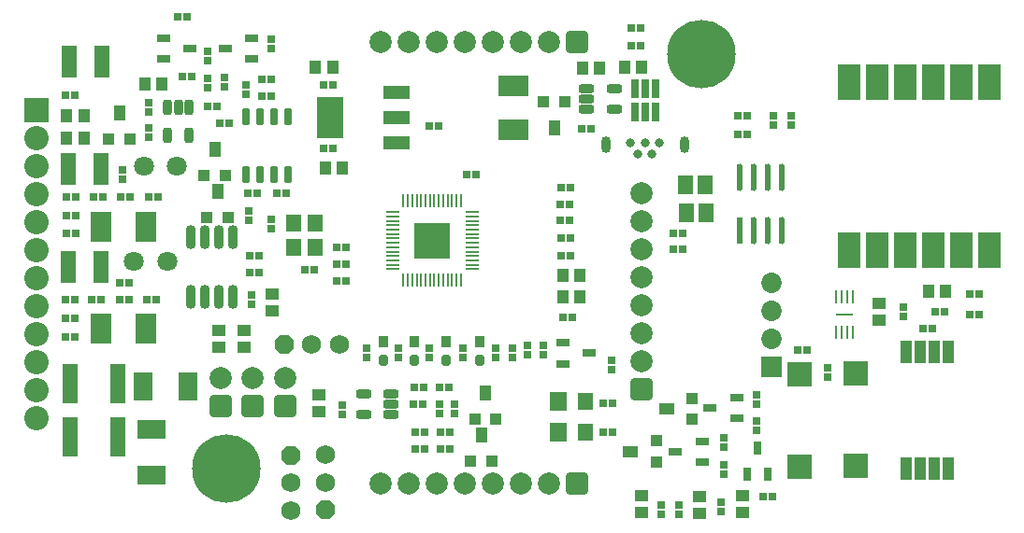
<source format=gts>
G04*
G04 #@! TF.GenerationSoftware,Altium Limited,Altium Designer,20.0.2 (26)*
G04*
G04 Layer_Color=8388736*
%FSLAX25Y25*%
%MOIN*%
G70*
G01*
G75*
%ADD42R,0.05000X0.00700*%
%ADD43R,0.00700X0.05000*%
%ADD49R,0.02331X0.09740*%
G04:AMPARAMS|DCode=50|XSize=97.4mil|YSize=23.31mil|CornerRadius=11.66mil|HoleSize=0mil|Usage=FLASHONLY|Rotation=90.000|XOffset=0mil|YOffset=0mil|HoleType=Round|Shape=RoundedRectangle|*
%AMROUNDEDRECTD50*
21,1,0.09740,0.00000,0,0,90.0*
21,1,0.07409,0.02331,0,0,90.0*
1,1,0.02331,0.00000,0.03705*
1,1,0.02331,0.00000,-0.03705*
1,1,0.02331,0.00000,-0.03705*
1,1,0.02331,0.00000,0.03705*
%
%ADD50ROUNDEDRECTD50*%
%ADD65R,0.06300X0.01000*%
%ADD66R,0.01000X0.05000*%
%ADD67R,0.02762X0.02959*%
%ADD68R,0.02965X0.06509*%
%ADD69R,0.02965X0.06509*%
%ADD70R,0.04150X0.04150*%
%ADD71R,0.04438X0.05800*%
G04:AMPARAMS|DCode=72|XSize=55.64mil|YSize=31.23mil|CornerRadius=9.81mil|HoleSize=0mil|Usage=FLASHONLY|Rotation=0.000|XOffset=0mil|YOffset=0mil|HoleType=Round|Shape=RoundedRectangle|*
%AMROUNDEDRECTD72*
21,1,0.05564,0.01161,0,0,0.0*
21,1,0.03602,0.03123,0,0,0.0*
1,1,0.01961,0.01801,-0.00581*
1,1,0.01961,-0.01801,-0.00581*
1,1,0.01961,-0.01801,0.00581*
1,1,0.01961,0.01801,0.00581*
%
%ADD72ROUNDEDRECTD72*%
%ADD73R,0.04461X0.04658*%
%ADD74R,0.10642X0.07493*%
%ADD75R,0.10642X0.07493*%
%ADD76R,0.05524X0.14265*%
%ADD77R,0.06699X0.10243*%
%ADD78R,0.02959X0.02762*%
G04:AMPARAMS|DCode=79|XSize=29.65mil|YSize=57.21mil|CornerRadius=5.95mil|HoleSize=0mil|Usage=FLASHONLY|Rotation=180.000|XOffset=0mil|YOffset=0mil|HoleType=Round|Shape=RoundedRectangle|*
%AMROUNDEDRECTD79*
21,1,0.02965,0.04532,0,0,180.0*
21,1,0.01776,0.05721,0,0,180.0*
1,1,0.01190,-0.00888,0.02266*
1,1,0.01190,0.00888,0.02266*
1,1,0.01190,0.00888,-0.02266*
1,1,0.01190,-0.00888,-0.02266*
%
%ADD79ROUNDEDRECTD79*%
%ADD80R,0.09461X0.14580*%
%ADD81R,0.09461X0.04737*%
%ADD82R,0.12600X0.12600*%
%ADD83R,0.05367X0.11509*%
%ADD84R,0.10243X0.06699*%
%ADD85R,0.04658X0.04461*%
%ADD86R,0.05367X0.06587*%
%ADD87R,0.08674X0.08674*%
G04:AMPARAMS|DCode=88|XSize=55.64mil|YSize=31.23mil|CornerRadius=9.81mil|HoleSize=0mil|Usage=FLASHONLY|Rotation=270.000|XOffset=0mil|YOffset=0mil|HoleType=Round|Shape=RoundedRectangle|*
%AMROUNDEDRECTD88*
21,1,0.05564,0.01161,0,0,270.0*
21,1,0.03602,0.03123,0,0,270.0*
1,1,0.01961,-0.00581,-0.01801*
1,1,0.01961,-0.00581,0.01801*
1,1,0.01961,0.00581,0.01801*
1,1,0.01961,0.00581,-0.01801*
%
%ADD88ROUNDEDRECTD88*%
%ADD89O,0.03556X0.08674*%
%ADD90R,0.07493X0.10642*%
%ADD91R,0.07493X0.10642*%
%ADD92R,0.04150X0.04150*%
%ADD93R,0.05800X0.04438*%
%ADD94R,0.05669X0.06457*%
%ADD95R,0.05918X0.06706*%
%ADD96R,0.04737X0.03162*%
%ADD97R,0.03950X0.08280*%
%ADD98R,0.07887X0.12800*%
%ADD99R,0.05524X0.06312*%
%ADD100R,0.03162X0.04737*%
G04:AMPARAMS|DCode=101|XSize=39.5mil|YSize=35.56mil|CornerRadius=0mil|HoleSize=0mil|Usage=FLASHONLY|Rotation=270.000|XOffset=0mil|YOffset=0mil|HoleType=Round|Shape=Octagon|*
%AMOCTAGOND101*
4,1,8,-0.00889,-0.01975,0.00889,-0.01975,0.01778,-0.01086,0.01778,0.01086,0.00889,0.01975,-0.00889,0.01975,-0.01778,0.01086,-0.01778,-0.01086,-0.00889,-0.01975,0.0*
%
%ADD101OCTAGOND101*%

%ADD102R,0.03556X0.03950*%
%ADD103C,0.03162*%
%ADD104O,0.03359X0.05918*%
%ADD105C,0.24422*%
%ADD106C,0.08674*%
%ADD107R,0.08674X0.08674*%
%ADD108C,0.07099*%
G04:AMPARAMS|DCode=109|XSize=78.87mil|YSize=78.87mil|CornerRadius=12.86mil|HoleSize=0mil|Usage=FLASHONLY|Rotation=90.000|XOffset=0mil|YOffset=0mil|HoleType=Round|Shape=RoundedRectangle|*
%AMROUNDEDRECTD109*
21,1,0.07887,0.05315,0,0,90.0*
21,1,0.05315,0.07887,0,0,90.0*
1,1,0.02572,0.02657,0.02657*
1,1,0.02572,0.02657,-0.02657*
1,1,0.02572,-0.02657,-0.02657*
1,1,0.02572,-0.02657,0.02657*
%
%ADD109ROUNDEDRECTD109*%
%ADD110C,0.07887*%
%ADD111C,0.06800*%
%ADD112P,0.07364X8X112.5*%
%ADD113C,0.06803*%
%ADD114C,0.07296*%
%ADD115R,0.07296X0.07296*%
%ADD116P,0.07364X8X22.5*%
G04:AMPARAMS|DCode=117|XSize=78.87mil|YSize=78.87mil|CornerRadius=12.86mil|HoleSize=0mil|Usage=FLASHONLY|Rotation=180.000|XOffset=0mil|YOffset=0mil|HoleType=Round|Shape=RoundedRectangle|*
%AMROUNDEDRECTD117*
21,1,0.07887,0.05315,0,0,180.0*
21,1,0.05315,0.07887,0,0,180.0*
1,1,0.02572,-0.02657,0.02657*
1,1,0.02572,0.02657,0.02657*
1,1,0.02572,0.02657,-0.02657*
1,1,0.02572,-0.02657,-0.02657*
%
%ADD117ROUNDEDRECTD117*%
D42*
X190700Y-80264D02*
D03*
Y-81839D02*
D03*
Y-83413D02*
D03*
Y-84988D02*
D03*
Y-86563D02*
D03*
Y-88138D02*
D03*
Y-89713D02*
D03*
Y-91287D02*
D03*
Y-92862D02*
D03*
Y-97587D02*
D03*
Y-99161D02*
D03*
Y-100736D02*
D03*
X162300D02*
D03*
Y-99161D02*
D03*
Y-97587D02*
D03*
Y-96012D02*
D03*
Y-94437D02*
D03*
Y-92862D02*
D03*
Y-91287D02*
D03*
Y-89713D02*
D03*
Y-88138D02*
D03*
Y-86563D02*
D03*
Y-84988D02*
D03*
Y-83413D02*
D03*
Y-81839D02*
D03*
Y-80264D02*
D03*
X190700Y-94437D02*
D03*
Y-96012D02*
D03*
D43*
X186736Y-104700D02*
D03*
X185161D02*
D03*
X183587D02*
D03*
X182012D02*
D03*
X180437D02*
D03*
X178862D02*
D03*
X177287D02*
D03*
X175713D02*
D03*
X174138D02*
D03*
X172563D02*
D03*
X170988D02*
D03*
X169413D02*
D03*
X167839D02*
D03*
X166264D02*
D03*
Y-76300D02*
D03*
X167839D02*
D03*
X169413D02*
D03*
X170988D02*
D03*
X172563D02*
D03*
X174138D02*
D03*
X175713D02*
D03*
X177287D02*
D03*
X178862D02*
D03*
X180437D02*
D03*
X182012D02*
D03*
X183587D02*
D03*
X185161D02*
D03*
X186736D02*
D03*
D49*
X286000Y-87024D02*
D03*
D50*
X291000D02*
D03*
X296000D02*
D03*
X301000D02*
D03*
Y-68000D02*
D03*
X296000D02*
D03*
X291000D02*
D03*
X286000D02*
D03*
D65*
X323500Y-117000D02*
D03*
D66*
X326453Y-123305D02*
D03*
X324484D02*
D03*
X322516D02*
D03*
X320547D02*
D03*
Y-110695D02*
D03*
X322516D02*
D03*
X324484D02*
D03*
X326453D02*
D03*
D67*
X247500Y-21000D02*
D03*
X250847D02*
D03*
X250847Y-14500D02*
D03*
X247500D02*
D03*
X229827Y-50500D02*
D03*
X233173D02*
D03*
X49114Y-125000D02*
D03*
X45768D02*
D03*
X119173Y-33000D02*
D03*
X115827D02*
D03*
X119173Y-39000D02*
D03*
X115827D02*
D03*
X141173Y-35000D02*
D03*
X137827D02*
D03*
X175327Y-49500D02*
D03*
X178673D02*
D03*
X137827Y-57500D02*
D03*
X141173D02*
D03*
X85827Y-10500D02*
D03*
X89173D02*
D03*
X49173Y-38500D02*
D03*
X45827D02*
D03*
X306653Y-129500D02*
D03*
X310000D02*
D03*
X222327Y-95833D02*
D03*
Y-89500D02*
D03*
X262327Y-88000D02*
D03*
X265673D02*
D03*
X78673Y-75000D02*
D03*
X75327D02*
D03*
X68673D02*
D03*
X65327D02*
D03*
X59000Y-75000D02*
D03*
X55654D02*
D03*
X49406D02*
D03*
X46059D02*
D03*
X237500Y-159000D02*
D03*
X240846D02*
D03*
X262327Y-93500D02*
D03*
X265673D02*
D03*
X237327Y-148500D02*
D03*
X240673D02*
D03*
X354673Y-122000D02*
D03*
X351327D02*
D03*
X78000Y-111500D02*
D03*
X74654D02*
D03*
X68347D02*
D03*
X65000D02*
D03*
X58500D02*
D03*
X55154D02*
D03*
X49173Y-111500D02*
D03*
X45827D02*
D03*
X121000Y-73500D02*
D03*
X124346D02*
D03*
X68500Y-105500D02*
D03*
X65153D02*
D03*
X110827Y-73500D02*
D03*
X114173D02*
D03*
X359173Y-116000D02*
D03*
X355827D02*
D03*
X173673Y-165000D02*
D03*
X170327D02*
D03*
X182846Y-159000D02*
D03*
X179500D02*
D03*
X104173Y-48500D02*
D03*
X100827D02*
D03*
X182500Y-143000D02*
D03*
X179154D02*
D03*
X179327Y-165000D02*
D03*
X182673D02*
D03*
X173673Y-159000D02*
D03*
X170327D02*
D03*
X173346Y-143000D02*
D03*
X170000D02*
D03*
X87327Y-32000D02*
D03*
X90673D02*
D03*
X99673Y-42500D02*
D03*
X96327D02*
D03*
X285327Y-46000D02*
D03*
X288673D02*
D03*
X368094Y-116820D02*
D03*
X371441D02*
D03*
X285327Y-52500D02*
D03*
X288673D02*
D03*
X368094Y-109505D02*
D03*
X371441D02*
D03*
X45768Y-118327D02*
D03*
X49114D02*
D03*
X46059Y-81500D02*
D03*
X49406D02*
D03*
X46059Y-88000D02*
D03*
X49406D02*
D03*
X142327Y-99000D02*
D03*
X145673D02*
D03*
X225500Y-77500D02*
D03*
X222153D02*
D03*
X225500Y-83315D02*
D03*
X222153D02*
D03*
X192173Y-67000D02*
D03*
X188827D02*
D03*
X134500Y-101000D02*
D03*
X131154D02*
D03*
X145673Y-93000D02*
D03*
X142327D02*
D03*
X222327Y-71500D02*
D03*
X225673D02*
D03*
X145673Y-105000D02*
D03*
X142327D02*
D03*
X223000Y-118000D02*
D03*
X226346D02*
D03*
X297673Y-182000D02*
D03*
X294327D02*
D03*
X225673Y-89500D02*
D03*
Y-95833D02*
D03*
X111500Y-96000D02*
D03*
X114847D02*
D03*
X114847Y-102000D02*
D03*
X111500D02*
D03*
X173173Y-149000D02*
D03*
X169827D02*
D03*
D68*
X256240Y-44732D02*
D03*
X252500D02*
D03*
X248760D02*
D03*
Y-36268D02*
D03*
X252500D02*
D03*
D69*
X256240Y-36268D02*
D03*
D70*
X223740Y-40874D02*
D03*
X216260D02*
D03*
X68740Y-54126D02*
D03*
X61260D02*
D03*
X95260Y-67126D02*
D03*
X102740D02*
D03*
X96260Y-82126D02*
D03*
X103740D02*
D03*
X190260Y-169126D02*
D03*
X197740D02*
D03*
X191760Y-154126D02*
D03*
X199240D02*
D03*
D71*
X220000Y-50126D02*
D03*
X65000Y-44874D02*
D03*
X99000Y-57874D02*
D03*
X100000Y-72874D02*
D03*
X194000Y-159874D02*
D03*
X195500Y-144874D02*
D03*
D72*
X241441Y-36260D02*
D03*
Y-43740D02*
D03*
X231559D02*
D03*
Y-40000D02*
D03*
Y-36260D02*
D03*
X161941Y-152740D02*
D03*
Y-149000D02*
D03*
Y-145260D02*
D03*
X152059D02*
D03*
Y-152740D02*
D03*
D73*
X229969Y-29000D02*
D03*
X236032D02*
D03*
X245000Y-28500D02*
D03*
X251063D02*
D03*
X134937D02*
D03*
X141000D02*
D03*
X144532Y-64500D02*
D03*
X138469D02*
D03*
X46295Y-54000D02*
D03*
X52358D02*
D03*
X46295Y-46000D02*
D03*
X52358D02*
D03*
X73968Y-34500D02*
D03*
X80032D02*
D03*
X353468Y-108500D02*
D03*
X359531D02*
D03*
X222969Y-103000D02*
D03*
X229031D02*
D03*
X229063Y-110500D02*
D03*
X223000D02*
D03*
D74*
X205500Y-35126D02*
D03*
D75*
Y-50874D02*
D03*
D76*
X64465Y-141500D02*
D03*
X47535D02*
D03*
Y-160500D02*
D03*
X64465D02*
D03*
D77*
X89610Y-142500D02*
D03*
X73390D02*
D03*
D78*
X96500Y-35846D02*
D03*
Y-32500D02*
D03*
X102500Y-32327D02*
D03*
Y-35673D02*
D03*
X110000Y-35000D02*
D03*
Y-38346D02*
D03*
X317500Y-135827D02*
D03*
Y-139173D02*
D03*
X164500Y-128827D02*
D03*
Y-132173D02*
D03*
X175500Y-128827D02*
D03*
Y-132173D02*
D03*
X344500Y-114327D02*
D03*
Y-117673D02*
D03*
X280500Y-173846D02*
D03*
Y-170500D02*
D03*
Y-164347D02*
D03*
Y-161000D02*
D03*
X240500Y-133327D02*
D03*
Y-136673D02*
D03*
X66000Y-68673D02*
D03*
Y-65327D02*
D03*
X292000Y-158173D02*
D03*
Y-154827D02*
D03*
X292000Y-148846D02*
D03*
Y-145500D02*
D03*
X111000Y-79827D02*
D03*
Y-83173D02*
D03*
X179000Y-149000D02*
D03*
Y-152347D02*
D03*
X184500Y-152173D02*
D03*
Y-148827D02*
D03*
X75500Y-53673D02*
D03*
Y-50327D02*
D03*
X96500Y-23000D02*
D03*
Y-26346D02*
D03*
X75500Y-44673D02*
D03*
Y-41327D02*
D03*
X119000Y-22000D02*
D03*
Y-18654D02*
D03*
X298000Y-45827D02*
D03*
Y-49173D02*
D03*
X304500Y-45827D02*
D03*
Y-49173D02*
D03*
X216000Y-131173D02*
D03*
Y-127827D02*
D03*
X153000Y-132173D02*
D03*
Y-128827D02*
D03*
X205000Y-132173D02*
D03*
Y-128827D02*
D03*
X210500Y-127827D02*
D03*
Y-131173D02*
D03*
X119000Y-86173D02*
D03*
Y-82827D02*
D03*
X279500Y-183827D02*
D03*
Y-187173D02*
D03*
X199000Y-132173D02*
D03*
Y-128827D02*
D03*
X187500Y-132173D02*
D03*
Y-128827D02*
D03*
X112000Y-110000D02*
D03*
Y-113347D02*
D03*
X144500Y-149327D02*
D03*
Y-152673D02*
D03*
X258000Y-188173D02*
D03*
Y-184827D02*
D03*
X264358Y-188142D02*
D03*
Y-184795D02*
D03*
D79*
X110000Y-66835D02*
D03*
X115000D02*
D03*
X120000D02*
D03*
X125000D02*
D03*
X110000Y-46165D02*
D03*
X115000D02*
D03*
X120000D02*
D03*
X125000D02*
D03*
D80*
X140189Y-46500D02*
D03*
D81*
X163811Y-37445D02*
D03*
Y-46500D02*
D03*
Y-55555D02*
D03*
D82*
X176500Y-90500D02*
D03*
D83*
X46693Y-65000D02*
D03*
X58307D02*
D03*
X58807Y-26500D02*
D03*
X47193D02*
D03*
X46693Y-100000D02*
D03*
X58307D02*
D03*
D84*
X76500Y-157890D02*
D03*
Y-174110D02*
D03*
D85*
X100500Y-128532D02*
D03*
Y-122468D02*
D03*
X136000Y-151594D02*
D03*
Y-145531D02*
D03*
X109500Y-128532D02*
D03*
Y-122468D02*
D03*
X335935Y-112858D02*
D03*
Y-118921D02*
D03*
X287000Y-181468D02*
D03*
Y-187531D02*
D03*
X251000Y-181468D02*
D03*
Y-187531D02*
D03*
X271858Y-181937D02*
D03*
Y-188000D02*
D03*
X119321Y-109513D02*
D03*
Y-115576D02*
D03*
D86*
X267000Y-80500D02*
D03*
X274008D02*
D03*
X266823Y-70500D02*
D03*
X273831D02*
D03*
D87*
X307500Y-138337D02*
D03*
Y-171407D02*
D03*
X327500Y-138000D02*
D03*
Y-171070D02*
D03*
D88*
X89740Y-52941D02*
D03*
X82260D02*
D03*
Y-43059D02*
D03*
X86000D02*
D03*
X89740D02*
D03*
D89*
X90400Y-110530D02*
D03*
X95400D02*
D03*
X100400D02*
D03*
X105400D02*
D03*
X90400Y-89270D02*
D03*
X95400D02*
D03*
X100400D02*
D03*
X105400D02*
D03*
D90*
X74374Y-85500D02*
D03*
X58626Y-122000D02*
D03*
D91*
Y-85500D02*
D03*
X74374Y-122000D02*
D03*
D92*
X256500Y-169500D02*
D03*
Y-162020D02*
D03*
X269252Y-154240D02*
D03*
Y-146760D02*
D03*
D93*
X247248Y-165760D02*
D03*
X260000Y-150500D02*
D03*
D94*
X231000Y-159000D02*
D03*
Y-148000D02*
D03*
D95*
X221500Y-159000D02*
D03*
Y-148000D02*
D03*
D96*
X272724Y-169740D02*
D03*
Y-162260D02*
D03*
X263276Y-166000D02*
D03*
X285000Y-153980D02*
D03*
Y-146500D02*
D03*
X275551Y-150240D02*
D03*
X80776Y-18260D02*
D03*
Y-25740D02*
D03*
X90224Y-22000D02*
D03*
X112224Y-25740D02*
D03*
Y-18260D02*
D03*
X102776Y-22000D02*
D03*
X223000Y-127000D02*
D03*
Y-134480D02*
D03*
X232449Y-130740D02*
D03*
D97*
X360500Y-171866D02*
D03*
X355500D02*
D03*
X350500D02*
D03*
X345500D02*
D03*
Y-130134D02*
D03*
X350500D02*
D03*
X355500D02*
D03*
X360500D02*
D03*
D98*
X375000Y-34000D02*
D03*
X365000D02*
D03*
X345000D02*
D03*
X335000D02*
D03*
X355000D02*
D03*
X325000D02*
D03*
Y-94000D02*
D03*
X355000D02*
D03*
X335000D02*
D03*
X345000D02*
D03*
X365000D02*
D03*
X375000D02*
D03*
D99*
X134740Y-84169D02*
D03*
Y-92831D02*
D03*
X127260D02*
D03*
Y-84169D02*
D03*
D100*
X288760Y-173949D02*
D03*
X296240D02*
D03*
X292500Y-164500D02*
D03*
D101*
X193500Y-133346D02*
D03*
X181500D02*
D03*
X170000D02*
D03*
X159000D02*
D03*
D102*
X193500Y-126654D02*
D03*
X181500D02*
D03*
X170000D02*
D03*
X159000D02*
D03*
D103*
X257500Y-55500D02*
D03*
X254941Y-59437D02*
D03*
X252382Y-55500D02*
D03*
X249823Y-59437D02*
D03*
X247264Y-55500D02*
D03*
D104*
X238307Y-56366D02*
D03*
X266457D02*
D03*
D105*
X103000Y-172000D02*
D03*
X272500Y-24000D02*
D03*
D106*
X35500Y-94000D02*
D03*
Y-54000D02*
D03*
Y-64000D02*
D03*
Y-74000D02*
D03*
Y-84000D02*
D03*
Y-104000D02*
D03*
Y-114000D02*
D03*
Y-124000D02*
D03*
Y-134000D02*
D03*
Y-144000D02*
D03*
Y-154000D02*
D03*
D107*
Y-44000D02*
D03*
D108*
X82000Y-98000D02*
D03*
X70189D02*
D03*
X85500Y-64000D02*
D03*
X73689D02*
D03*
D109*
X100969Y-149500D02*
D03*
X124000D02*
D03*
X112469D02*
D03*
X251000Y-143500D02*
D03*
D110*
X100969Y-139500D02*
D03*
X124000D02*
D03*
X112469D02*
D03*
X251000Y-133500D02*
D03*
Y-123500D02*
D03*
Y-113500D02*
D03*
Y-103500D02*
D03*
Y-93500D02*
D03*
Y-73500D02*
D03*
Y-83500D02*
D03*
X218000Y-19685D02*
D03*
X208000D02*
D03*
X198000D02*
D03*
X188000D02*
D03*
X178000D02*
D03*
X158000D02*
D03*
X168000D02*
D03*
X218000Y-177165D02*
D03*
X208000D02*
D03*
X198000D02*
D03*
X188000D02*
D03*
X178000D02*
D03*
X158000D02*
D03*
X168000D02*
D03*
D111*
X138500Y-176850D02*
D03*
X126000Y-177000D02*
D03*
X133500Y-127500D02*
D03*
D112*
X138500Y-186693D02*
D03*
X126000Y-167157D02*
D03*
D113*
X138500Y-167008D02*
D03*
X126000Y-186843D02*
D03*
X143342Y-127500D02*
D03*
D114*
X297406Y-105500D02*
D03*
Y-115500D02*
D03*
Y-125500D02*
D03*
D115*
Y-135500D02*
D03*
D116*
X123658Y-127500D02*
D03*
D117*
X228000Y-19685D02*
D03*
Y-177165D02*
D03*
M02*

</source>
